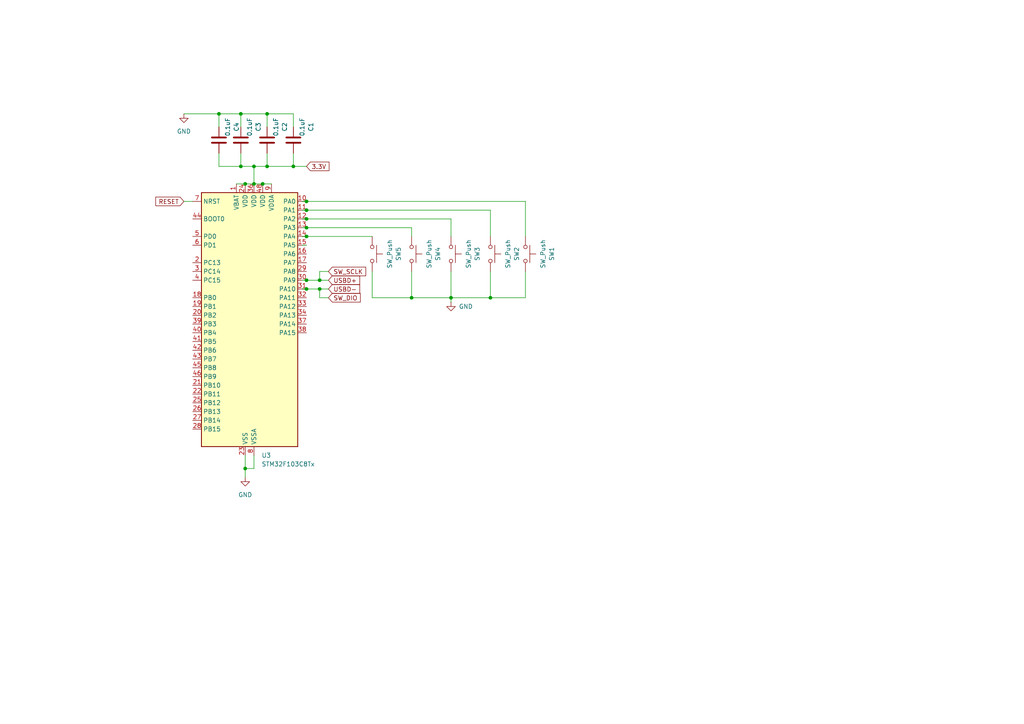
<source format=kicad_sch>
(kicad_sch
	(version 20231120)
	(generator "eeschema")
	(generator_version "8.0")
	(uuid "5d32352b-0e30-4d19-90ec-c6413e1612e2")
	(paper "A4")
	(lib_symbols
		(symbol "Device:C"
			(pin_numbers hide)
			(pin_names
				(offset 0.254)
			)
			(exclude_from_sim no)
			(in_bom yes)
			(on_board yes)
			(property "Reference" "C"
				(at 0.635 2.54 0)
				(effects
					(font
						(size 1.27 1.27)
					)
					(justify left)
				)
			)
			(property "Value" "C"
				(at 0.635 -2.54 0)
				(effects
					(font
						(size 1.27 1.27)
					)
					(justify left)
				)
			)
			(property "Footprint" ""
				(at 0.9652 -3.81 0)
				(effects
					(font
						(size 1.27 1.27)
					)
					(hide yes)
				)
			)
			(property "Datasheet" "~"
				(at 0 0 0)
				(effects
					(font
						(size 1.27 1.27)
					)
					(hide yes)
				)
			)
			(property "Description" "Unpolarized capacitor"
				(at 0 0 0)
				(effects
					(font
						(size 1.27 1.27)
					)
					(hide yes)
				)
			)
			(property "ki_keywords" "cap capacitor"
				(at 0 0 0)
				(effects
					(font
						(size 1.27 1.27)
					)
					(hide yes)
				)
			)
			(property "ki_fp_filters" "C_*"
				(at 0 0 0)
				(effects
					(font
						(size 1.27 1.27)
					)
					(hide yes)
				)
			)
			(symbol "C_0_1"
				(polyline
					(pts
						(xy -2.032 -0.762) (xy 2.032 -0.762)
					)
					(stroke
						(width 0.508)
						(type default)
					)
					(fill
						(type none)
					)
				)
				(polyline
					(pts
						(xy -2.032 0.762) (xy 2.032 0.762)
					)
					(stroke
						(width 0.508)
						(type default)
					)
					(fill
						(type none)
					)
				)
			)
			(symbol "C_1_1"
				(pin passive line
					(at 0 3.81 270)
					(length 2.794)
					(name "~"
						(effects
							(font
								(size 1.27 1.27)
							)
						)
					)
					(number "1"
						(effects
							(font
								(size 1.27 1.27)
							)
						)
					)
				)
				(pin passive line
					(at 0 -3.81 90)
					(length 2.794)
					(name "~"
						(effects
							(font
								(size 1.27 1.27)
							)
						)
					)
					(number "2"
						(effects
							(font
								(size 1.27 1.27)
							)
						)
					)
				)
			)
		)
		(symbol "MCU_ST_STM32F1:STM32F103C8Tx"
			(exclude_from_sim no)
			(in_bom yes)
			(on_board yes)
			(property "Reference" "U"
				(at -12.7 39.37 0)
				(effects
					(font
						(size 1.27 1.27)
					)
					(justify left)
				)
			)
			(property "Value" "STM32F103C8Tx"
				(at 10.16 39.37 0)
				(effects
					(font
						(size 1.27 1.27)
					)
					(justify left)
				)
			)
			(property "Footprint" "Package_QFP:LQFP-48_7x7mm_P0.5mm"
				(at -12.7 -35.56 0)
				(effects
					(font
						(size 1.27 1.27)
					)
					(justify right)
					(hide yes)
				)
			)
			(property "Datasheet" "https://www.st.com/resource/en/datasheet/stm32f103c8.pdf"
				(at 0 0 0)
				(effects
					(font
						(size 1.27 1.27)
					)
					(hide yes)
				)
			)
			(property "Description" "STMicroelectronics Arm Cortex-M3 MCU, 64KB flash, 20KB RAM, 72 MHz, 2.0-3.6V, 37 GPIO, LQFP48"
				(at 0 0 0)
				(effects
					(font
						(size 1.27 1.27)
					)
					(hide yes)
				)
			)
			(property "ki_locked" ""
				(at 0 0 0)
				(effects
					(font
						(size 1.27 1.27)
					)
				)
			)
			(property "ki_keywords" "Arm Cortex-M3 STM32F1 STM32F103"
				(at 0 0 0)
				(effects
					(font
						(size 1.27 1.27)
					)
					(hide yes)
				)
			)
			(property "ki_fp_filters" "LQFP*7x7mm*P0.5mm*"
				(at 0 0 0)
				(effects
					(font
						(size 1.27 1.27)
					)
					(hide yes)
				)
			)
			(symbol "STM32F103C8Tx_0_1"
				(rectangle
					(start -12.7 -35.56)
					(end 15.24 38.1)
					(stroke
						(width 0.254)
						(type default)
					)
					(fill
						(type background)
					)
				)
			)
			(symbol "STM32F103C8Tx_1_1"
				(pin power_in line
					(at -2.54 40.64 270)
					(length 2.54)
					(name "VBAT"
						(effects
							(font
								(size 1.27 1.27)
							)
						)
					)
					(number "1"
						(effects
							(font
								(size 1.27 1.27)
							)
						)
					)
				)
				(pin bidirectional line
					(at 17.78 35.56 180)
					(length 2.54)
					(name "PA0"
						(effects
							(font
								(size 1.27 1.27)
							)
						)
					)
					(number "10"
						(effects
							(font
								(size 1.27 1.27)
							)
						)
					)
					(alternate "ADC1_IN0" bidirectional line)
					(alternate "ADC2_IN0" bidirectional line)
					(alternate "SYS_WKUP" bidirectional line)
					(alternate "TIM2_CH1" bidirectional line)
					(alternate "TIM2_ETR" bidirectional line)
					(alternate "USART2_CTS" bidirectional line)
				)
				(pin bidirectional line
					(at 17.78 33.02 180)
					(length 2.54)
					(name "PA1"
						(effects
							(font
								(size 1.27 1.27)
							)
						)
					)
					(number "11"
						(effects
							(font
								(size 1.27 1.27)
							)
						)
					)
					(alternate "ADC1_IN1" bidirectional line)
					(alternate "ADC2_IN1" bidirectional line)
					(alternate "TIM2_CH2" bidirectional line)
					(alternate "USART2_RTS" bidirectional line)
				)
				(pin bidirectional line
					(at 17.78 30.48 180)
					(length 2.54)
					(name "PA2"
						(effects
							(font
								(size 1.27 1.27)
							)
						)
					)
					(number "12"
						(effects
							(font
								(size 1.27 1.27)
							)
						)
					)
					(alternate "ADC1_IN2" bidirectional line)
					(alternate "ADC2_IN2" bidirectional line)
					(alternate "TIM2_CH3" bidirectional line)
					(alternate "USART2_TX" bidirectional line)
				)
				(pin bidirectional line
					(at 17.78 27.94 180)
					(length 2.54)
					(name "PA3"
						(effects
							(font
								(size 1.27 1.27)
							)
						)
					)
					(number "13"
						(effects
							(font
								(size 1.27 1.27)
							)
						)
					)
					(alternate "ADC1_IN3" bidirectional line)
					(alternate "ADC2_IN3" bidirectional line)
					(alternate "TIM2_CH4" bidirectional line)
					(alternate "USART2_RX" bidirectional line)
				)
				(pin bidirectional line
					(at 17.78 25.4 180)
					(length 2.54)
					(name "PA4"
						(effects
							(font
								(size 1.27 1.27)
							)
						)
					)
					(number "14"
						(effects
							(font
								(size 1.27 1.27)
							)
						)
					)
					(alternate "ADC1_IN4" bidirectional line)
					(alternate "ADC2_IN4" bidirectional line)
					(alternate "SPI1_NSS" bidirectional line)
					(alternate "USART2_CK" bidirectional line)
				)
				(pin bidirectional line
					(at 17.78 22.86 180)
					(length 2.54)
					(name "PA5"
						(effects
							(font
								(size 1.27 1.27)
							)
						)
					)
					(number "15"
						(effects
							(font
								(size 1.27 1.27)
							)
						)
					)
					(alternate "ADC1_IN5" bidirectional line)
					(alternate "ADC2_IN5" bidirectional line)
					(alternate "SPI1_SCK" bidirectional line)
				)
				(pin bidirectional line
					(at 17.78 20.32 180)
					(length 2.54)
					(name "PA6"
						(effects
							(font
								(size 1.27 1.27)
							)
						)
					)
					(number "16"
						(effects
							(font
								(size 1.27 1.27)
							)
						)
					)
					(alternate "ADC1_IN6" bidirectional line)
					(alternate "ADC2_IN6" bidirectional line)
					(alternate "SPI1_MISO" bidirectional line)
					(alternate "TIM1_BKIN" bidirectional line)
					(alternate "TIM3_CH1" bidirectional line)
				)
				(pin bidirectional line
					(at 17.78 17.78 180)
					(length 2.54)
					(name "PA7"
						(effects
							(font
								(size 1.27 1.27)
							)
						)
					)
					(number "17"
						(effects
							(font
								(size 1.27 1.27)
							)
						)
					)
					(alternate "ADC1_IN7" bidirectional line)
					(alternate "ADC2_IN7" bidirectional line)
					(alternate "SPI1_MOSI" bidirectional line)
					(alternate "TIM1_CH1N" bidirectional line)
					(alternate "TIM3_CH2" bidirectional line)
				)
				(pin bidirectional line
					(at -15.24 7.62 0)
					(length 2.54)
					(name "PB0"
						(effects
							(font
								(size 1.27 1.27)
							)
						)
					)
					(number "18"
						(effects
							(font
								(size 1.27 1.27)
							)
						)
					)
					(alternate "ADC1_IN8" bidirectional line)
					(alternate "ADC2_IN8" bidirectional line)
					(alternate "TIM1_CH2N" bidirectional line)
					(alternate "TIM3_CH3" bidirectional line)
				)
				(pin bidirectional line
					(at -15.24 5.08 0)
					(length 2.54)
					(name "PB1"
						(effects
							(font
								(size 1.27 1.27)
							)
						)
					)
					(number "19"
						(effects
							(font
								(size 1.27 1.27)
							)
						)
					)
					(alternate "ADC1_IN9" bidirectional line)
					(alternate "ADC2_IN9" bidirectional line)
					(alternate "TIM1_CH3N" bidirectional line)
					(alternate "TIM3_CH4" bidirectional line)
				)
				(pin bidirectional line
					(at -15.24 17.78 0)
					(length 2.54)
					(name "PC13"
						(effects
							(font
								(size 1.27 1.27)
							)
						)
					)
					(number "2"
						(effects
							(font
								(size 1.27 1.27)
							)
						)
					)
					(alternate "RTC_OUT" bidirectional line)
					(alternate "RTC_TAMPER" bidirectional line)
				)
				(pin bidirectional line
					(at -15.24 2.54 0)
					(length 2.54)
					(name "PB2"
						(effects
							(font
								(size 1.27 1.27)
							)
						)
					)
					(number "20"
						(effects
							(font
								(size 1.27 1.27)
							)
						)
					)
				)
				(pin bidirectional line
					(at -15.24 -17.78 0)
					(length 2.54)
					(name "PB10"
						(effects
							(font
								(size 1.27 1.27)
							)
						)
					)
					(number "21"
						(effects
							(font
								(size 1.27 1.27)
							)
						)
					)
					(alternate "I2C2_SCL" bidirectional line)
					(alternate "TIM2_CH3" bidirectional line)
					(alternate "USART3_TX" bidirectional line)
				)
				(pin bidirectional line
					(at -15.24 -20.32 0)
					(length 2.54)
					(name "PB11"
						(effects
							(font
								(size 1.27 1.27)
							)
						)
					)
					(number "22"
						(effects
							(font
								(size 1.27 1.27)
							)
						)
					)
					(alternate "ADC1_EXTI11" bidirectional line)
					(alternate "ADC2_EXTI11" bidirectional line)
					(alternate "I2C2_SDA" bidirectional line)
					(alternate "TIM2_CH4" bidirectional line)
					(alternate "USART3_RX" bidirectional line)
				)
				(pin power_in line
					(at 0 -38.1 90)
					(length 2.54)
					(name "VSS"
						(effects
							(font
								(size 1.27 1.27)
							)
						)
					)
					(number "23"
						(effects
							(font
								(size 1.27 1.27)
							)
						)
					)
				)
				(pin power_in line
					(at 0 40.64 270)
					(length 2.54)
					(name "VDD"
						(effects
							(font
								(size 1.27 1.27)
							)
						)
					)
					(number "24"
						(effects
							(font
								(size 1.27 1.27)
							)
						)
					)
				)
				(pin bidirectional line
					(at -15.24 -22.86 0)
					(length 2.54)
					(name "PB12"
						(effects
							(font
								(size 1.27 1.27)
							)
						)
					)
					(number "25"
						(effects
							(font
								(size 1.27 1.27)
							)
						)
					)
					(alternate "I2C2_SMBA" bidirectional line)
					(alternate "SPI2_NSS" bidirectional line)
					(alternate "TIM1_BKIN" bidirectional line)
					(alternate "USART3_CK" bidirectional line)
				)
				(pin bidirectional line
					(at -15.24 -25.4 0)
					(length 2.54)
					(name "PB13"
						(effects
							(font
								(size 1.27 1.27)
							)
						)
					)
					(number "26"
						(effects
							(font
								(size 1.27 1.27)
							)
						)
					)
					(alternate "SPI2_SCK" bidirectional line)
					(alternate "TIM1_CH1N" bidirectional line)
					(alternate "USART3_CTS" bidirectional line)
				)
				(pin bidirectional line
					(at -15.24 -27.94 0)
					(length 2.54)
					(name "PB14"
						(effects
							(font
								(size 1.27 1.27)
							)
						)
					)
					(number "27"
						(effects
							(font
								(size 1.27 1.27)
							)
						)
					)
					(alternate "SPI2_MISO" bidirectional line)
					(alternate "TIM1_CH2N" bidirectional line)
					(alternate "USART3_RTS" bidirectional line)
				)
				(pin bidirectional line
					(at -15.24 -30.48 0)
					(length 2.54)
					(name "PB15"
						(effects
							(font
								(size 1.27 1.27)
							)
						)
					)
					(number "28"
						(effects
							(font
								(size 1.27 1.27)
							)
						)
					)
					(alternate "ADC1_EXTI15" bidirectional line)
					(alternate "ADC2_EXTI15" bidirectional line)
					(alternate "SPI2_MOSI" bidirectional line)
					(alternate "TIM1_CH3N" bidirectional line)
				)
				(pin bidirectional line
					(at 17.78 15.24 180)
					(length 2.54)
					(name "PA8"
						(effects
							(font
								(size 1.27 1.27)
							)
						)
					)
					(number "29"
						(effects
							(font
								(size 1.27 1.27)
							)
						)
					)
					(alternate "RCC_MCO" bidirectional line)
					(alternate "TIM1_CH1" bidirectional line)
					(alternate "USART1_CK" bidirectional line)
				)
				(pin bidirectional line
					(at -15.24 15.24 0)
					(length 2.54)
					(name "PC14"
						(effects
							(font
								(size 1.27 1.27)
							)
						)
					)
					(number "3"
						(effects
							(font
								(size 1.27 1.27)
							)
						)
					)
					(alternate "RCC_OSC32_IN" bidirectional line)
				)
				(pin bidirectional line
					(at 17.78 12.7 180)
					(length 2.54)
					(name "PA9"
						(effects
							(font
								(size 1.27 1.27)
							)
						)
					)
					(number "30"
						(effects
							(font
								(size 1.27 1.27)
							)
						)
					)
					(alternate "TIM1_CH2" bidirectional line)
					(alternate "USART1_TX" bidirectional line)
				)
				(pin bidirectional line
					(at 17.78 10.16 180)
					(length 2.54)
					(name "PA10"
						(effects
							(font
								(size 1.27 1.27)
							)
						)
					)
					(number "31"
						(effects
							(font
								(size 1.27 1.27)
							)
						)
					)
					(alternate "TIM1_CH3" bidirectional line)
					(alternate "USART1_RX" bidirectional line)
				)
				(pin bidirectional line
					(at 17.78 7.62 180)
					(length 2.54)
					(name "PA11"
						(effects
							(font
								(size 1.27 1.27)
							)
						)
					)
					(number "32"
						(effects
							(font
								(size 1.27 1.27)
							)
						)
					)
					(alternate "ADC1_EXTI11" bidirectional line)
					(alternate "ADC2_EXTI11" bidirectional line)
					(alternate "CAN_RX" bidirectional line)
					(alternate "TIM1_CH4" bidirectional line)
					(alternate "USART1_CTS" bidirectional line)
					(alternate "USB_DM" bidirectional line)
				)
				(pin bidirectional line
					(at 17.78 5.08 180)
					(length 2.54)
					(name "PA12"
						(effects
							(font
								(size 1.27 1.27)
							)
						)
					)
					(number "33"
						(effects
							(font
								(size 1.27 1.27)
							)
						)
					)
					(alternate "CAN_TX" bidirectional line)
					(alternate "TIM1_ETR" bidirectional line)
					(alternate "USART1_RTS" bidirectional line)
					(alternate "USB_DP" bidirectional line)
				)
				(pin bidirectional line
					(at 17.78 2.54 180)
					(length 2.54)
					(name "PA13"
						(effects
							(font
								(size 1.27 1.27)
							)
						)
					)
					(number "34"
						(effects
							(font
								(size 1.27 1.27)
							)
						)
					)
					(alternate "SYS_JTMS-SWDIO" bidirectional line)
				)
				(pin passive line
					(at 0 -38.1 90)
					(length 2.54) hide
					(name "VSS"
						(effects
							(font
								(size 1.27 1.27)
							)
						)
					)
					(number "35"
						(effects
							(font
								(size 1.27 1.27)
							)
						)
					)
				)
				(pin power_in line
					(at 2.54 40.64 270)
					(length 2.54)
					(name "VDD"
						(effects
							(font
								(size 1.27 1.27)
							)
						)
					)
					(number "36"
						(effects
							(font
								(size 1.27 1.27)
							)
						)
					)
				)
				(pin bidirectional line
					(at 17.78 0 180)
					(length 2.54)
					(name "PA14"
						(effects
							(font
								(size 1.27 1.27)
							)
						)
					)
					(number "37"
						(effects
							(font
								(size 1.27 1.27)
							)
						)
					)
					(alternate "SYS_JTCK-SWCLK" bidirectional line)
				)
				(pin bidirectional line
					(at 17.78 -2.54 180)
					(length 2.54)
					(name "PA15"
						(effects
							(font
								(size 1.27 1.27)
							)
						)
					)
					(number "38"
						(effects
							(font
								(size 1.27 1.27)
							)
						)
					)
					(alternate "ADC1_EXTI15" bidirectional line)
					(alternate "ADC2_EXTI15" bidirectional line)
					(alternate "SPI1_NSS" bidirectional line)
					(alternate "SYS_JTDI" bidirectional line)
					(alternate "TIM2_CH1" bidirectional line)
					(alternate "TIM2_ETR" bidirectional line)
				)
				(pin bidirectional line
					(at -15.24 0 0)
					(length 2.54)
					(name "PB3"
						(effects
							(font
								(size 1.27 1.27)
							)
						)
					)
					(number "39"
						(effects
							(font
								(size 1.27 1.27)
							)
						)
					)
					(alternate "SPI1_SCK" bidirectional line)
					(alternate "SYS_JTDO-TRACESWO" bidirectional line)
					(alternate "TIM2_CH2" bidirectional line)
				)
				(pin bidirectional line
					(at -15.24 12.7 0)
					(length 2.54)
					(name "PC15"
						(effects
							(font
								(size 1.27 1.27)
							)
						)
					)
					(number "4"
						(effects
							(font
								(size 1.27 1.27)
							)
						)
					)
					(alternate "ADC1_EXTI15" bidirectional line)
					(alternate "ADC2_EXTI15" bidirectional line)
					(alternate "RCC_OSC32_OUT" bidirectional line)
				)
				(pin bidirectional line
					(at -15.24 -2.54 0)
					(length 2.54)
					(name "PB4"
						(effects
							(font
								(size 1.27 1.27)
							)
						)
					)
					(number "40"
						(effects
							(font
								(size 1.27 1.27)
							)
						)
					)
					(alternate "SPI1_MISO" bidirectional line)
					(alternate "SYS_NJTRST" bidirectional line)
					(alternate "TIM3_CH1" bidirectional line)
				)
				(pin bidirectional line
					(at -15.24 -5.08 0)
					(length 2.54)
					(name "PB5"
						(effects
							(font
								(size 1.27 1.27)
							)
						)
					)
					(number "41"
						(effects
							(font
								(size 1.27 1.27)
							)
						)
					)
					(alternate "I2C1_SMBA" bidirectional line)
					(alternate "SPI1_MOSI" bidirectional line)
					(alternate "TIM3_CH2" bidirectional line)
				)
				(pin bidirectional line
					(at -15.24 -7.62 0)
					(length 2.54)
					(name "PB6"
						(effects
							(font
								(size 1.27 1.27)
							)
						)
					)
					(number "42"
						(effects
							(font
								(size 1.27 1.27)
							)
						)
					)
					(alternate "I2C1_SCL" bidirectional line)
					(alternate "TIM4_CH1" bidirectional line)
					(alternate "USART1_TX" bidirectional line)
				)
				(pin bidirectional line
					(at -15.24 -10.16 0)
					(length 2.54)
					(name "PB7"
						(effects
							(font
								(size 1.27 1.27)
							)
						)
					)
					(number "43"
						(effects
							(font
								(size 1.27 1.27)
							)
						)
					)
					(alternate "I2C1_SDA" bidirectional line)
					(alternate "TIM4_CH2" bidirectional line)
					(alternate "USART1_RX" bidirectional line)
				)
				(pin input line
					(at -15.24 30.48 0)
					(length 2.54)
					(name "BOOT0"
						(effects
							(font
								(size 1.27 1.27)
							)
						)
					)
					(number "44"
						(effects
							(font
								(size 1.27 1.27)
							)
						)
					)
				)
				(pin bidirectional line
					(at -15.24 -12.7 0)
					(length 2.54)
					(name "PB8"
						(effects
							(font
								(size 1.27 1.27)
							)
						)
					)
					(number "45"
						(effects
							(font
								(size 1.27 1.27)
							)
						)
					)
					(alternate "CAN_RX" bidirectional line)
					(alternate "I2C1_SCL" bidirectional line)
					(alternate "TIM4_CH3" bidirectional line)
				)
				(pin bidirectional line
					(at -15.24 -15.24 0)
					(length 2.54)
					(name "PB9"
						(effects
							(font
								(size 1.27 1.27)
							)
						)
					)
					(number "46"
						(effects
							(font
								(size 1.27 1.27)
							)
						)
					)
					(alternate "CAN_TX" bidirectional line)
					(alternate "I2C1_SDA" bidirectional line)
					(alternate "TIM4_CH4" bidirectional line)
				)
				(pin passive line
					(at 0 -38.1 90)
					(length 2.54) hide
					(name "VSS"
						(effects
							(font
								(size 1.27 1.27)
							)
						)
					)
					(number "47"
						(effects
							(font
								(size 1.27 1.27)
							)
						)
					)
				)
				(pin power_in line
					(at 5.08 40.64 270)
					(length 2.54)
					(name "VDD"
						(effects
							(font
								(size 1.27 1.27)
							)
						)
					)
					(number "48"
						(effects
							(font
								(size 1.27 1.27)
							)
						)
					)
				)
				(pin bidirectional line
					(at -15.24 25.4 0)
					(length 2.54)
					(name "PD0"
						(effects
							(font
								(size 1.27 1.27)
							)
						)
					)
					(number "5"
						(effects
							(font
								(size 1.27 1.27)
							)
						)
					)
					(alternate "RCC_OSC_IN" bidirectional line)
				)
				(pin bidirectional line
					(at -15.24 22.86 0)
					(length 2.54)
					(name "PD1"
						(effects
							(font
								(size 1.27 1.27)
							)
						)
					)
					(number "6"
						(effects
							(font
								(size 1.27 1.27)
							)
						)
					)
					(alternate "RCC_OSC_OUT" bidirectional line)
				)
				(pin input line
					(at -15.24 35.56 0)
					(length 2.54)
					(name "NRST"
						(effects
							(font
								(size 1.27 1.27)
							)
						)
					)
					(number "7"
						(effects
							(font
								(size 1.27 1.27)
							)
						)
					)
				)
				(pin power_in line
					(at 2.54 -38.1 90)
					(length 2.54)
					(name "VSSA"
						(effects
							(font
								(size 1.27 1.27)
							)
						)
					)
					(number "8"
						(effects
							(font
								(size 1.27 1.27)
							)
						)
					)
				)
				(pin power_in line
					(at 7.62 40.64 270)
					(length 2.54)
					(name "VDDA"
						(effects
							(font
								(size 1.27 1.27)
							)
						)
					)
					(number "9"
						(effects
							(font
								(size 1.27 1.27)
							)
						)
					)
				)
			)
		)
		(symbol "Switch:SW_Push"
			(pin_numbers hide)
			(pin_names
				(offset 1.016) hide)
			(exclude_from_sim no)
			(in_bom yes)
			(on_board yes)
			(property "Reference" "SW"
				(at 1.27 2.54 0)
				(effects
					(font
						(size 1.27 1.27)
					)
					(justify left)
				)
			)
			(property "Value" "SW_Push"
				(at 0 -1.524 0)
				(effects
					(font
						(size 1.27 1.27)
					)
				)
			)
			(property "Footprint" ""
				(at 0 5.08 0)
				(effects
					(font
						(size 1.27 1.27)
					)
					(hide yes)
				)
			)
			(property "Datasheet" "~"
				(at 0 5.08 0)
				(effects
					(font
						(size 1.27 1.27)
					)
					(hide yes)
				)
			)
			(property "Description" "Push button switch, generic, two pins"
				(at 0 0 0)
				(effects
					(font
						(size 1.27 1.27)
					)
					(hide yes)
				)
			)
			(property "ki_keywords" "switch normally-open pushbutton push-button"
				(at 0 0 0)
				(effects
					(font
						(size 1.27 1.27)
					)
					(hide yes)
				)
			)
			(symbol "SW_Push_0_1"
				(circle
					(center -2.032 0)
					(radius 0.508)
					(stroke
						(width 0)
						(type default)
					)
					(fill
						(type none)
					)
				)
				(polyline
					(pts
						(xy 0 1.27) (xy 0 3.048)
					)
					(stroke
						(width 0)
						(type default)
					)
					(fill
						(type none)
					)
				)
				(polyline
					(pts
						(xy 2.54 1.27) (xy -2.54 1.27)
					)
					(stroke
						(width 0)
						(type default)
					)
					(fill
						(type none)
					)
				)
				(circle
					(center 2.032 0)
					(radius 0.508)
					(stroke
						(width 0)
						(type default)
					)
					(fill
						(type none)
					)
				)
				(pin passive line
					(at -5.08 0 0)
					(length 2.54)
					(name "1"
						(effects
							(font
								(size 1.27 1.27)
							)
						)
					)
					(number "1"
						(effects
							(font
								(size 1.27 1.27)
							)
						)
					)
				)
				(pin passive line
					(at 5.08 0 180)
					(length 2.54)
					(name "2"
						(effects
							(font
								(size 1.27 1.27)
							)
						)
					)
					(number "2"
						(effects
							(font
								(size 1.27 1.27)
							)
						)
					)
				)
			)
		)
		(symbol "power:GND"
			(power)
			(pin_names
				(offset 0)
			)
			(exclude_from_sim no)
			(in_bom yes)
			(on_board yes)
			(property "Reference" "#PWR"
				(at 0 -6.35 0)
				(effects
					(font
						(size 1.27 1.27)
					)
					(hide yes)
				)
			)
			(property "Value" "GND"
				(at 0 -3.81 0)
				(effects
					(font
						(size 1.27 1.27)
					)
				)
			)
			(property "Footprint" ""
				(at 0 0 0)
				(effects
					(font
						(size 1.27 1.27)
					)
					(hide yes)
				)
			)
			(property "Datasheet" ""
				(at 0 0 0)
				(effects
					(font
						(size 1.27 1.27)
					)
					(hide yes)
				)
			)
			(property "Description" "Power symbol creates a global label with name \"GND\" , ground"
				(at 0 0 0)
				(effects
					(font
						(size 1.27 1.27)
					)
					(hide yes)
				)
			)
			(property "ki_keywords" "global power"
				(at 0 0 0)
				(effects
					(font
						(size 1.27 1.27)
					)
					(hide yes)
				)
			)
			(symbol "GND_0_1"
				(polyline
					(pts
						(xy 0 0) (xy 0 -1.27) (xy 1.27 -1.27) (xy 0 -2.54) (xy -1.27 -1.27) (xy 0 -1.27)
					)
					(stroke
						(width 0)
						(type default)
					)
					(fill
						(type none)
					)
				)
			)
			(symbol "GND_1_1"
				(pin power_in line
					(at 0 0 270)
					(length 0) hide
					(name "GND"
						(effects
							(font
								(size 1.27 1.27)
							)
						)
					)
					(number "1"
						(effects
							(font
								(size 1.27 1.27)
							)
						)
					)
				)
			)
		)
	)
	(junction
		(at 119.38 86.36)
		(diameter 0)
		(color 0 0 0 0)
		(uuid "079e598b-3b1c-480f-b918-556750b4b00f")
	)
	(junction
		(at 88.9 81.28)
		(diameter 0)
		(color 0 0 0 0)
		(uuid "0ae25b1f-25f7-42cc-a942-8ef6827a4b46")
	)
	(junction
		(at 77.47 48.26)
		(diameter 0)
		(color 0 0 0 0)
		(uuid "10db736c-a803-4285-9b61-a1bea2e4fa27")
	)
	(junction
		(at 69.85 33.02)
		(diameter 0)
		(color 0 0 0 0)
		(uuid "1dbf1255-c28d-4e1a-bc56-b02ea446097e")
	)
	(junction
		(at 69.85 48.26)
		(diameter 0)
		(color 0 0 0 0)
		(uuid "29d89231-e127-4922-bcf7-3f17a8c644ba")
	)
	(junction
		(at 71.12 53.34)
		(diameter 0)
		(color 0 0 0 0)
		(uuid "39ec2752-7bb0-46f1-8235-fde45d200cfc")
	)
	(junction
		(at 142.24 86.36)
		(diameter 0)
		(color 0 0 0 0)
		(uuid "4b11fcc8-73d9-4d16-9053-f6bbee79a5f3")
	)
	(junction
		(at 76.2 53.34)
		(diameter 0)
		(color 0 0 0 0)
		(uuid "4cfabb30-cabd-4564-988a-edd08e474002")
	)
	(junction
		(at 85.09 48.26)
		(diameter 0)
		(color 0 0 0 0)
		(uuid "6154418f-a40d-4916-b52e-2921b82352a6")
	)
	(junction
		(at 73.66 53.34)
		(diameter 0)
		(color 0 0 0 0)
		(uuid "85ed8fab-b788-462d-be61-423b0c4f850b")
	)
	(junction
		(at 88.9 58.42)
		(diameter 0)
		(color 0 0 0 0)
		(uuid "9f13f683-4d5d-401e-9326-e0b0a33894e0")
	)
	(junction
		(at 77.47 33.02)
		(diameter 0)
		(color 0 0 0 0)
		(uuid "ab603106-5e35-4023-9345-65d11d28ff53")
	)
	(junction
		(at 92.71 81.28)
		(diameter 0)
		(color 0 0 0 0)
		(uuid "acabef23-8027-45d5-818d-91aa7dc33f6e")
	)
	(junction
		(at 88.9 60.96)
		(diameter 0)
		(color 0 0 0 0)
		(uuid "ae002c22-e2cc-4eff-8fe2-1a86f537295d")
	)
	(junction
		(at 88.9 66.04)
		(diameter 0)
		(color 0 0 0 0)
		(uuid "b6f28006-d5e6-4280-b80d-b7fdf1869d92")
	)
	(junction
		(at 130.81 86.36)
		(diameter 0)
		(color 0 0 0 0)
		(uuid "bbf24051-2a2c-4d71-9b73-68fda64d8a0c")
	)
	(junction
		(at 88.9 68.58)
		(diameter 0)
		(color 0 0 0 0)
		(uuid "bc181f2f-4101-44d6-b368-f605e0a7446f")
	)
	(junction
		(at 63.5 33.02)
		(diameter 0)
		(color 0 0 0 0)
		(uuid "c7c76603-bd64-4882-a7dc-03a6351616b7")
	)
	(junction
		(at 92.71 83.82)
		(diameter 0)
		(color 0 0 0 0)
		(uuid "da409123-4a88-4cde-96c2-2ec57034ac08")
	)
	(junction
		(at 73.66 48.26)
		(diameter 0)
		(color 0 0 0 0)
		(uuid "dcaae018-266e-4924-b480-d7af5d6c4007")
	)
	(junction
		(at 71.12 135.89)
		(diameter 0)
		(color 0 0 0 0)
		(uuid "e7f23dcf-4a0a-4322-8103-c98e97ae99df")
	)
	(junction
		(at 88.9 63.5)
		(diameter 0)
		(color 0 0 0 0)
		(uuid "f539d09f-06e5-4254-b589-ccfb443a1af1")
	)
	(junction
		(at 88.9 83.82)
		(diameter 0)
		(color 0 0 0 0)
		(uuid "f7954e3d-0e2c-433f-9948-843f20779809")
	)
	(wire
		(pts
			(xy 63.5 33.02) (xy 63.5 36.83)
		)
		(stroke
			(width 0)
			(type default)
		)
		(uuid "00620dc5-8a1c-4198-b749-dbc69bb27787")
	)
	(wire
		(pts
			(xy 73.66 132.08) (xy 73.66 135.89)
		)
		(stroke
			(width 0)
			(type default)
		)
		(uuid "021c4920-6f4b-41aa-b815-7a3c49eaffa5")
	)
	(wire
		(pts
			(xy 63.5 44.45) (xy 63.5 48.26)
		)
		(stroke
			(width 0)
			(type default)
		)
		(uuid "05503a3e-dad8-4394-8a67-ff4e77e9515e")
	)
	(wire
		(pts
			(xy 152.4 86.36) (xy 142.24 86.36)
		)
		(stroke
			(width 0)
			(type default)
		)
		(uuid "11cf7d36-691c-4cce-ab9a-bc2f152e2ba8")
	)
	(wire
		(pts
			(xy 53.34 33.02) (xy 63.5 33.02)
		)
		(stroke
			(width 0)
			(type default)
		)
		(uuid "1622738f-4ee3-4e3a-aa18-7cc925e2d5ac")
	)
	(wire
		(pts
			(xy 87.63 83.82) (xy 88.9 83.82)
		)
		(stroke
			(width 0)
			(type default)
		)
		(uuid "17bd1fe9-8c79-404f-a95a-0f587b7a250e")
	)
	(wire
		(pts
			(xy 152.4 78.74) (xy 152.4 86.36)
		)
		(stroke
			(width 0)
			(type default)
		)
		(uuid "18d11a77-d052-4ca0-ac29-4944660adffa")
	)
	(wire
		(pts
			(xy 142.24 78.74) (xy 142.24 86.36)
		)
		(stroke
			(width 0)
			(type default)
		)
		(uuid "2116e920-1c34-4e50-9493-78384cb09dfb")
	)
	(wire
		(pts
			(xy 88.9 63.5) (xy 130.81 63.5)
		)
		(stroke
			(width 0)
			(type default)
		)
		(uuid "2cd9b2aa-7ec5-4fca-94a8-33188d9de6e2")
	)
	(wire
		(pts
			(xy 92.71 86.36) (xy 92.71 83.82)
		)
		(stroke
			(width 0)
			(type default)
		)
		(uuid "344296a4-8125-4bac-a999-eedbf1310db2")
	)
	(wire
		(pts
			(xy 119.38 68.58) (xy 119.38 66.04)
		)
		(stroke
			(width 0)
			(type default)
		)
		(uuid "3f40090c-44e0-449a-8ae8-c3ab3297d44d")
	)
	(wire
		(pts
			(xy 119.38 78.74) (xy 119.38 86.36)
		)
		(stroke
			(width 0)
			(type default)
		)
		(uuid "3f91f84a-8d36-47b4-a0b5-425ec9d9b243")
	)
	(wire
		(pts
			(xy 130.81 86.36) (xy 119.38 86.36)
		)
		(stroke
			(width 0)
			(type default)
		)
		(uuid "45d5927e-a6ef-4e96-9503-2516e5c6c3fb")
	)
	(wire
		(pts
			(xy 107.95 86.36) (xy 107.95 78.74)
		)
		(stroke
			(width 0)
			(type default)
		)
		(uuid "4ae314a7-c622-4cee-9382-2a714d454a32")
	)
	(wire
		(pts
			(xy 69.85 48.26) (xy 69.85 44.45)
		)
		(stroke
			(width 0)
			(type default)
		)
		(uuid "4b1f77f5-fb3d-4842-932d-89bfd0965b1a")
	)
	(wire
		(pts
			(xy 92.71 81.28) (xy 95.25 81.28)
		)
		(stroke
			(width 0)
			(type default)
		)
		(uuid "4c0c134e-bbca-437a-8f12-51b2e9b914e2")
	)
	(wire
		(pts
			(xy 73.66 48.26) (xy 77.47 48.26)
		)
		(stroke
			(width 0)
			(type default)
		)
		(uuid "4d237195-a25a-4553-ba03-97d585956b23")
	)
	(wire
		(pts
			(xy 73.66 135.89) (xy 71.12 135.89)
		)
		(stroke
			(width 0)
			(type default)
		)
		(uuid "4d95f762-57b3-4071-a399-31265cf7faef")
	)
	(wire
		(pts
			(xy 142.24 86.36) (xy 130.81 86.36)
		)
		(stroke
			(width 0)
			(type default)
		)
		(uuid "4e819425-46c7-42ba-9c3b-5333ee0b3d52")
	)
	(wire
		(pts
			(xy 87.63 60.96) (xy 88.9 60.96)
		)
		(stroke
			(width 0)
			(type default)
		)
		(uuid "4f0ea50d-41a9-4892-8ae3-d8a047726aea")
	)
	(wire
		(pts
			(xy 119.38 86.36) (xy 107.95 86.36)
		)
		(stroke
			(width 0)
			(type default)
		)
		(uuid "53f65986-e53e-4250-9a01-722522e0e280")
	)
	(wire
		(pts
			(xy 92.71 83.82) (xy 95.25 83.82)
		)
		(stroke
			(width 0)
			(type default)
		)
		(uuid "555f2c10-922e-46fe-8d96-c02f5dbd6981")
	)
	(wire
		(pts
			(xy 71.12 135.89) (xy 71.12 132.08)
		)
		(stroke
			(width 0)
			(type default)
		)
		(uuid "5986e982-075a-46b1-bbe7-ea693aa21b76")
	)
	(wire
		(pts
			(xy 88.9 66.04) (xy 119.38 66.04)
		)
		(stroke
			(width 0)
			(type default)
		)
		(uuid "5da2006d-bcd7-4e20-bed0-21eb02ab620c")
	)
	(wire
		(pts
			(xy 88.9 83.82) (xy 92.71 83.82)
		)
		(stroke
			(width 0)
			(type default)
		)
		(uuid "5fc920f3-4e68-41b8-bdad-ff7bbe2ec207")
	)
	(wire
		(pts
			(xy 88.9 81.28) (xy 92.71 81.28)
		)
		(stroke
			(width 0)
			(type default)
		)
		(uuid "60526f8c-21b1-4428-9bc5-1cda2ba3f160")
	)
	(wire
		(pts
			(xy 85.09 48.26) (xy 85.09 44.45)
		)
		(stroke
			(width 0)
			(type default)
		)
		(uuid "617b85ad-cb32-4c86-baf9-645107dddb81")
	)
	(wire
		(pts
			(xy 63.5 48.26) (xy 69.85 48.26)
		)
		(stroke
			(width 0)
			(type default)
		)
		(uuid "64e1e552-ec59-40ca-8e0f-f346c0d9bf1f")
	)
	(wire
		(pts
			(xy 87.63 66.04) (xy 88.9 66.04)
		)
		(stroke
			(width 0)
			(type default)
		)
		(uuid "6e87bfe6-1ddf-4c5f-8ac7-b3967e0d1250")
	)
	(wire
		(pts
			(xy 87.63 81.28) (xy 88.9 81.28)
		)
		(stroke
			(width 0)
			(type default)
		)
		(uuid "6ef7398f-d559-4d72-9719-8d858ca17d79")
	)
	(wire
		(pts
			(xy 92.71 78.74) (xy 92.71 81.28)
		)
		(stroke
			(width 0)
			(type default)
		)
		(uuid "6f7f2388-06bd-460d-a5ab-b32f9ac33647")
	)
	(wire
		(pts
			(xy 142.24 68.58) (xy 142.24 60.96)
		)
		(stroke
			(width 0)
			(type default)
		)
		(uuid "7581fc78-2e57-4d3a-bf3c-4d933727b7ad")
	)
	(wire
		(pts
			(xy 69.85 33.02) (xy 69.85 36.83)
		)
		(stroke
			(width 0)
			(type default)
		)
		(uuid "7b5f19fb-2f9b-4247-81f0-13789f876257")
	)
	(wire
		(pts
			(xy 73.66 48.26) (xy 73.66 53.34)
		)
		(stroke
			(width 0)
			(type default)
		)
		(uuid "7d0f9435-7530-4ad5-b705-e0ae8afdbaa3")
	)
	(wire
		(pts
			(xy 130.81 87.63) (xy 130.81 86.36)
		)
		(stroke
			(width 0)
			(type default)
		)
		(uuid "81c90231-25cd-4d11-a4ab-a7c8fbd3a139")
	)
	(wire
		(pts
			(xy 88.9 71.12) (xy 87.63 71.12)
		)
		(stroke
			(width 0)
			(type default)
		)
		(uuid "8613d7c7-b1d4-48d5-a06d-f7d5f393a95e")
	)
	(wire
		(pts
			(xy 87.63 68.58) (xy 88.9 68.58)
		)
		(stroke
			(width 0)
			(type default)
		)
		(uuid "89163c45-788b-4323-98aa-ea45b57594ac")
	)
	(wire
		(pts
			(xy 53.34 58.42) (xy 55.88 58.42)
		)
		(stroke
			(width 0)
			(type default)
		)
		(uuid "8b6ae295-fa0e-43a2-95a4-d3003e7ab239")
	)
	(wire
		(pts
			(xy 87.63 63.5) (xy 88.9 63.5)
		)
		(stroke
			(width 0)
			(type default)
		)
		(uuid "8ba3381f-4523-4f27-9077-4a32bc2d427e")
	)
	(wire
		(pts
			(xy 130.81 78.74) (xy 130.81 86.36)
		)
		(stroke
			(width 0)
			(type default)
		)
		(uuid "913dea16-e2f2-4e47-b765-901a9fb97540")
	)
	(wire
		(pts
			(xy 152.4 58.42) (xy 152.4 68.58)
		)
		(stroke
			(width 0)
			(type default)
		)
		(uuid "9176527b-7a73-41da-b7a2-e99abf80a9a5")
	)
	(wire
		(pts
			(xy 63.5 33.02) (xy 69.85 33.02)
		)
		(stroke
			(width 0)
			(type default)
		)
		(uuid "9337be21-ac6d-489d-9542-16f5b93c22a1")
	)
	(wire
		(pts
			(xy 71.12 138.43) (xy 71.12 135.89)
		)
		(stroke
			(width 0)
			(type default)
		)
		(uuid "98fce6dc-2082-42ba-ab15-45514db28b00")
	)
	(wire
		(pts
			(xy 88.9 58.42) (xy 152.4 58.42)
		)
		(stroke
			(width 0)
			(type default)
		)
		(uuid "9b4d63c0-bd59-46bc-ab76-f1ca74a473b4")
	)
	(wire
		(pts
			(xy 95.25 86.36) (xy 92.71 86.36)
		)
		(stroke
			(width 0)
			(type default)
		)
		(uuid "9c4589eb-4d6f-4da3-bfb5-05f3548e9603")
	)
	(wire
		(pts
			(xy 76.2 53.34) (xy 78.74 53.34)
		)
		(stroke
			(width 0)
			(type default)
		)
		(uuid "9fd80724-6eaf-451a-bbd6-f75aee8dadc7")
	)
	(wire
		(pts
			(xy 85.09 33.02) (xy 85.09 36.83)
		)
		(stroke
			(width 0)
			(type default)
		)
		(uuid "a11a12d0-2460-46b4-82cf-bc4a7278ac40")
	)
	(wire
		(pts
			(xy 85.09 48.26) (xy 88.9 48.26)
		)
		(stroke
			(width 0)
			(type default)
		)
		(uuid "a1446a1b-0ece-463d-9136-9bc08e8c16ba")
	)
	(wire
		(pts
			(xy 71.12 53.34) (xy 73.66 53.34)
		)
		(stroke
			(width 0)
			(type default)
		)
		(uuid "a74cfe48-36e8-450f-8d0a-ca37d653457c")
	)
	(wire
		(pts
			(xy 87.63 58.42) (xy 88.9 58.42)
		)
		(stroke
			(width 0)
			(type default)
		)
		(uuid "a8e5545d-c8d0-466b-9c56-5c8fac2b0d31")
	)
	(wire
		(pts
			(xy 95.25 78.74) (xy 92.71 78.74)
		)
		(stroke
			(width 0)
			(type default)
		)
		(uuid "ac48b684-ca9d-4080-b79c-e95c43e80888")
	)
	(wire
		(pts
			(xy 130.81 63.5) (xy 130.81 68.58)
		)
		(stroke
			(width 0)
			(type default)
		)
		(uuid "adcb5707-09be-4dcf-95c9-212643bd6075")
	)
	(wire
		(pts
			(xy 69.85 48.26) (xy 73.66 48.26)
		)
		(stroke
			(width 0)
			(type default)
		)
		(uuid "aec7a837-6525-41b3-a40b-62c27d5db173")
	)
	(wire
		(pts
			(xy 88.9 68.58) (xy 107.95 68.58)
		)
		(stroke
			(width 0)
			(type default)
		)
		(uuid "b14527ca-2165-48ec-97df-bd983ab8ec70")
	)
	(wire
		(pts
			(xy 69.85 33.02) (xy 77.47 33.02)
		)
		(stroke
			(width 0)
			(type default)
		)
		(uuid "b30c294e-23f7-4bc1-81b2-d5ce938f71cc")
	)
	(wire
		(pts
			(xy 77.47 48.26) (xy 85.09 48.26)
		)
		(stroke
			(width 0)
			(type default)
		)
		(uuid "b92ce336-901c-4e4b-8708-758274a573c6")
	)
	(wire
		(pts
			(xy 73.66 53.34) (xy 76.2 53.34)
		)
		(stroke
			(width 0)
			(type default)
		)
		(uuid "be94ba1a-6199-40a9-b982-d67dc81265dc")
	)
	(wire
		(pts
			(xy 77.47 33.02) (xy 77.47 36.83)
		)
		(stroke
			(width 0)
			(type default)
		)
		(uuid "c2230755-57db-492c-a481-8a39bf000dd0")
	)
	(wire
		(pts
			(xy 77.47 48.26) (xy 77.47 44.45)
		)
		(stroke
			(width 0)
			(type default)
		)
		(uuid "ccc148d8-6aef-49de-acb5-813d2c0dcd99")
	)
	(wire
		(pts
			(xy 77.47 33.02) (xy 85.09 33.02)
		)
		(stroke
			(width 0)
			(type default)
		)
		(uuid "ece3de03-dffb-4245-b115-4a11bf62e206")
	)
	(wire
		(pts
			(xy 68.58 53.34) (xy 71.12 53.34)
		)
		(stroke
			(width 0)
			(type default)
		)
		(uuid "ee04b327-083d-4acb-bea8-9a87ec363a1e")
	)
	(wire
		(pts
			(xy 88.9 60.96) (xy 142.24 60.96)
		)
		(stroke
			(width 0)
			(type default)
		)
		(uuid "f5390fb6-2793-4c91-a14a-3072579a20d5")
	)
	(global_label "3.3V"
		(shape input)
		(at 88.9 48.26 0)
		(fields_autoplaced yes)
		(effects
			(font
				(size 1.27 1.27)
			)
			(justify left)
		)
		(uuid "1bae61c9-dc73-4a4e-9f33-342843a9f0d8")
		(property "Intersheetrefs" "${INTERSHEET_REFS}"
			(at 95.9976 48.26 0)
			(effects
				(font
					(size 1.27 1.27)
				)
				(justify left)
				(hide yes)
			)
		)
	)
	(global_label "SW_DIO"
		(shape input)
		(at 95.25 86.36 0)
		(fields_autoplaced yes)
		(effects
			(font
				(size 1.27 1.27)
			)
			(justify left)
		)
		(uuid "2589784a-98fa-4a91-8f85-03e9490df911")
		(property "Intersheetrefs" "${INTERSHEET_REFS}"
			(at 105.069 86.36 0)
			(effects
				(font
					(size 1.27 1.27)
				)
				(justify left)
				(hide yes)
			)
		)
	)
	(global_label "USBD+"
		(shape input)
		(at 95.25 81.28 0)
		(fields_autoplaced yes)
		(effects
			(font
				(size 1.27 1.27)
			)
			(justify left)
		)
		(uuid "52f6f83b-5d38-4d77-a612-1a13f708efda")
		(property "Intersheetrefs" "${INTERSHEET_REFS}"
			(at 104.8876 81.28 0)
			(effects
				(font
					(size 1.27 1.27)
				)
				(justify left)
				(hide yes)
			)
		)
	)
	(global_label "RESET"
		(shape input)
		(at 53.34 58.42 180)
		(fields_autoplaced yes)
		(effects
			(font
				(size 1.27 1.27)
			)
			(justify right)
		)
		(uuid "762c45aa-1ff1-40da-8f67-4075600f0106")
		(property "Intersheetrefs" "${INTERSHEET_REFS}"
			(at 44.6097 58.42 0)
			(effects
				(font
					(size 1.27 1.27)
				)
				(justify right)
				(hide yes)
			)
		)
	)
	(global_label "USBD-"
		(shape input)
		(at 95.25 83.82 0)
		(fields_autoplaced yes)
		(effects
			(font
				(size 1.27 1.27)
			)
			(justify left)
		)
		(uuid "b414e24f-b875-42cd-b073-a1d6b2a3d370")
		(property "Intersheetrefs" "${INTERSHEET_REFS}"
			(at 104.8876 83.82 0)
			(effects
				(font
					(size 1.27 1.27)
				)
				(justify left)
				(hide yes)
			)
		)
	)
	(global_label "SW_SCLK"
		(shape input)
		(at 95.25 78.74 0)
		(fields_autoplaced yes)
		(effects
			(font
				(size 1.27 1.27)
			)
			(justify left)
		)
		(uuid "d1fb5502-4ba6-435e-92c1-f51a3b01c1a7")
		(property "Intersheetrefs" "${INTERSHEET_REFS}"
			(at 106.6413 78.74 0)
			(effects
				(font
					(size 1.27 1.27)
				)
				(justify left)
				(hide yes)
			)
		)
	)
	(symbol
		(lib_id "MCU_ST_STM32F1:STM32F103C8Tx")
		(at 71.12 93.98 0)
		(unit 1)
		(exclude_from_sim no)
		(in_bom yes)
		(on_board yes)
		(dnp no)
		(fields_autoplaced yes)
		(uuid "072534dd-a070-46e4-b7e6-3749ab672d32")
		(property "Reference" "U3"
			(at 75.8541 132.08 0)
			(effects
				(font
					(size 1.27 1.27)
				)
				(justify left)
			)
		)
		(property "Value" "STM32F103C8Tx"
			(at 75.8541 134.62 0)
			(effects
				(font
					(size 1.27 1.27)
				)
				(justify left)
			)
		)
		(property "Footprint" "Package_QFP:LQFP-48_7x7mm_P0.5mm"
			(at 58.42 129.54 0)
			(effects
				(font
					(size 1.27 1.27)
				)
				(justify right)
				(hide yes)
			)
		)
		(property "Datasheet" "https://www.st.com/resource/en/datasheet/stm32f103c8.pdf"
			(at 71.12 93.98 0)
			(effects
				(font
					(size 1.27 1.27)
				)
				(hide yes)
			)
		)
		(property "Description" "STMicroelectronics Arm Cortex-M3 MCU, 64KB flash, 20KB RAM, 72 MHz, 2.0-3.6V, 37 GPIO, LQFP48"
			(at 71.12 93.98 0)
			(effects
				(font
					(size 1.27 1.27)
				)
				(hide yes)
			)
		)
		(pin "2"
			(uuid "8f674a3c-971d-4f35-a396-9ad46d83f79a")
		)
		(pin "45"
			(uuid "717a2c34-6a13-462d-a5c7-b2c30974cb2f")
		)
		(pin "9"
			(uuid "3ad7e046-4251-4c12-ba8d-922c78e2a601")
		)
		(pin "23"
			(uuid "dc9abc0c-6735-4684-ab09-b25b99c3d044")
		)
		(pin "17"
			(uuid "0ea32576-7d69-4307-b52e-8f51628dbb6f")
		)
		(pin "42"
			(uuid "0f861d24-4636-47da-92f1-be4242b1be9b")
		)
		(pin "24"
			(uuid "9a82c797-beff-4c89-9c8c-54887e7b854a")
		)
		(pin "47"
			(uuid "ba650909-d208-48bb-8659-17d595aa188f")
		)
		(pin "3"
			(uuid "4348ab12-4afb-4c40-a94b-aa190b6f7387")
		)
		(pin "5"
			(uuid "ce3acbdb-5f9b-4f75-8c2b-53873876f808")
		)
		(pin "19"
			(uuid "67403edf-545f-483d-872d-e8ed3804334a")
		)
		(pin "28"
			(uuid "bd7cb94a-daec-4c23-ab19-5701eebfa0ff")
		)
		(pin "31"
			(uuid "8f96d30a-fcde-446e-ad49-74c06bebcd61")
		)
		(pin "36"
			(uuid "1e50ea99-9d08-46c8-ae06-22d69a9446d1")
		)
		(pin "13"
			(uuid "a295fb11-e576-4d08-9a7d-b1b7e4989bba")
		)
		(pin "15"
			(uuid "a275f468-ee43-4d68-9704-e7ecc2c7f356")
		)
		(pin "22"
			(uuid "e6edeeda-c27e-4581-a963-7ec9adb834f3")
		)
		(pin "32"
			(uuid "c72fb9ad-e42f-4dde-8ca9-7c855c62435b")
		)
		(pin "39"
			(uuid "ed3bac02-4692-4815-a6e5-97bdf8f762a8")
		)
		(pin "7"
			(uuid "3d7ce195-405f-4735-a7f4-6140bec76ec6")
		)
		(pin "10"
			(uuid "eb7baf91-19f5-4724-8bde-3f05391c6e54")
		)
		(pin "21"
			(uuid "a2ce1dc5-a63f-4772-9ac6-e4927aaea9ee")
		)
		(pin "20"
			(uuid "b4a1b21e-422c-4ce0-91c4-5df058d556ed")
		)
		(pin "1"
			(uuid "92eae78b-85af-4190-b227-fc2e2e39ed77")
		)
		(pin "25"
			(uuid "802e5887-e05c-4afc-8693-bc1c0200468d")
		)
		(pin "16"
			(uuid "4589e500-eb50-494a-9a22-2f3c5b281650")
		)
		(pin "33"
			(uuid "a5b8dac0-c012-4ae4-bcae-e065bb1eaf53")
		)
		(pin "34"
			(uuid "354c7dae-1e2c-4697-b567-f612236b432c")
		)
		(pin "41"
			(uuid "4ac05230-f68d-442d-b403-9dd5292c16d1")
		)
		(pin "43"
			(uuid "4f5c2cff-51cd-48b3-a134-bb53debc1993")
		)
		(pin "8"
			(uuid "7b868733-38be-400a-8130-742ea8342b9d")
		)
		(pin "44"
			(uuid "57238edb-aeef-4f1f-b706-9e606845c285")
		)
		(pin "4"
			(uuid "13b352e9-4945-4c16-8ef3-1e3d6554065f")
		)
		(pin "12"
			(uuid "ce9c3a3a-5fa6-421c-8c63-421244e6f36e")
		)
		(pin "38"
			(uuid "e0c4e2b6-c5ad-4b24-b12b-9a004b24f3e0")
		)
		(pin "14"
			(uuid "37a7727a-bef7-4fd7-afb6-d167c95ac8c5")
		)
		(pin "30"
			(uuid "5c7c1f17-8aa5-4370-9f5e-20396b09b1aa")
		)
		(pin "27"
			(uuid "5e86d3ce-5aa8-4172-854c-5b934dbe1879")
		)
		(pin "18"
			(uuid "92e29484-fe76-4ead-ac89-c963f4426cc1")
		)
		(pin "11"
			(uuid "70d4e45f-214c-47a8-aec3-1e1bd7476f8c")
		)
		(pin "29"
			(uuid "d5565202-d6de-40ea-a87e-37e2845b3844")
		)
		(pin "46"
			(uuid "3dd5d531-176a-48c8-8b60-da9f117a0b9b")
		)
		(pin "48"
			(uuid "bcbe9df6-fcfc-4a41-b174-4f2156536935")
		)
		(pin "6"
			(uuid "547b4d3c-e8e7-4e6f-a3b4-e1f14b008c94")
		)
		(pin "26"
			(uuid "c1e542e1-8f2f-447e-aa50-60924d3290a9")
		)
		(pin "37"
			(uuid "67775611-90b1-485b-92fd-9dfe57d40be8")
		)
		(pin "35"
			(uuid "68e1d3da-08f1-4e78-8645-e1c6e893a290")
		)
		(pin "40"
			(uuid "794f81f7-d7bc-47a4-90be-8b353972e0c7")
		)
		(instances
			(project "PawPad_V1"
				(path "/9aca8c89-643b-4abc-aded-c7b8ee3f258d/875c790f-b5c7-4115-8a37-8cb33c59bef6"
					(reference "U3")
					(unit 1)
				)
			)
		)
	)
	(symbol
		(lib_id "power:GND")
		(at 53.34 33.02 0)
		(unit 1)
		(exclude_from_sim no)
		(in_bom yes)
		(on_board yes)
		(dnp no)
		(fields_autoplaced yes)
		(uuid "2d55b368-d8e0-4c66-ad0e-7c5e32a0fb33")
		(property "Reference" "#PWR01"
			(at 53.34 39.37 0)
			(effects
				(font
					(size 1.27 1.27)
				)
				(hide yes)
			)
		)
		(property "Value" "GND"
			(at 53.34 38.1 0)
			(effects
				(font
					(size 1.27 1.27)
				)
			)
		)
		(property "Footprint" ""
			(at 53.34 33.02 0)
			(effects
				(font
					(size 1.27 1.27)
				)
				(hide yes)
			)
		)
		(property "Datasheet" ""
			(at 53.34 33.02 0)
			(effects
				(font
					(size 1.27 1.27)
				)
				(hide yes)
			)
		)
		(property "Description" ""
			(at 53.34 33.02 0)
			(effects
				(font
					(size 1.27 1.27)
				)
				(hide yes)
			)
		)
		(pin "1"
			(uuid "90b4e40b-56ea-49cf-aa9b-cdb564ff45fc")
		)
		(instances
			(project "PawPad_V1"
				(path "/9aca8c89-643b-4abc-aded-c7b8ee3f258d/875c790f-b5c7-4115-8a37-8cb33c59bef6"
					(reference "#PWR01")
					(unit 1)
				)
			)
		)
	)
	(symbol
		(lib_id "Switch:SW_Push")
		(at 152.4 73.66 270)
		(unit 1)
		(exclude_from_sim no)
		(in_bom yes)
		(on_board yes)
		(dnp no)
		(fields_autoplaced yes)
		(uuid "62afcda6-ef90-4c1f-aaf2-5dfc693dd5a6")
		(property "Reference" "SW1"
			(at 160.02 73.66 0)
			(effects
				(font
					(size 1.27 1.27)
				)
			)
		)
		(property "Value" "SW_Push"
			(at 157.48 73.66 0)
			(effects
				(font
					(size 1.27 1.27)
				)
			)
		)
		(property "Footprint" "CustomParts:Keyswitch Socket"
			(at 157.48 73.66 0)
			(effects
				(font
					(size 1.27 1.27)
				)
				(hide yes)
			)
		)
		(property "Datasheet" "~"
			(at 157.48 73.66 0)
			(effects
				(font
					(size 1.27 1.27)
				)
				(hide yes)
			)
		)
		(property "Description" ""
			(at 152.4 73.66 0)
			(effects
				(font
					(size 1.27 1.27)
				)
				(hide yes)
			)
		)
		(pin "1"
			(uuid "4360f7c6-1992-408c-8913-e7f2b626e46d")
		)
		(pin "2"
			(uuid "c72aab14-4897-4a21-9059-47e3bef3deda")
		)
		(instances
			(project "PawPad_V1"
				(path "/9aca8c89-643b-4abc-aded-c7b8ee3f258d/875c790f-b5c7-4115-8a37-8cb33c59bef6"
					(reference "SW1")
					(unit 1)
				)
			)
		)
	)
	(symbol
		(lib_id "Switch:SW_Push")
		(at 107.95 73.66 270)
		(unit 1)
		(exclude_from_sim no)
		(in_bom yes)
		(on_board yes)
		(dnp no)
		(fields_autoplaced yes)
		(uuid "678dbb84-bf91-4346-afbf-f31d9cb1f083")
		(property "Reference" "SW5"
			(at 115.57 73.66 0)
			(effects
				(font
					(size 1.27 1.27)
				)
			)
		)
		(property "Value" "SW_Push"
			(at 113.03 73.66 0)
			(effects
				(font
					(size 1.27 1.27)
				)
			)
		)
		(property "Footprint" "CustomParts:Keyswitch Socket"
			(at 113.03 73.66 0)
			(effects
				(font
					(size 1.27 1.27)
				)
				(hide yes)
			)
		)
		(property "Datasheet" "~"
			(at 113.03 73.66 0)
			(effects
				(font
					(size 1.27 1.27)
				)
				(hide yes)
			)
		)
		(property "Description" ""
			(at 107.95 73.66 0)
			(effects
				(font
					(size 1.27 1.27)
				)
				(hide yes)
			)
		)
		(pin "1"
			(uuid "327cad05-bf51-4f1c-9c39-596fd8ca56b2")
		)
		(pin "2"
			(uuid "2b5526dc-33d1-404f-9d14-71e7fca82ce4")
		)
		(instances
			(project "PawPad_V1"
				(path "/9aca8c89-643b-4abc-aded-c7b8ee3f258d/875c790f-b5c7-4115-8a37-8cb33c59bef6"
					(reference "SW5")
					(unit 1)
				)
			)
		)
	)
	(symbol
		(lib_id "Switch:SW_Push")
		(at 130.81 73.66 270)
		(unit 1)
		(exclude_from_sim no)
		(in_bom yes)
		(on_board yes)
		(dnp no)
		(fields_autoplaced yes)
		(uuid "7630d5b6-6d18-47be-be44-814c5a974b36")
		(property "Reference" "SW3"
			(at 138.43 73.66 0)
			(effects
				(font
					(size 1.27 1.27)
				)
			)
		)
		(property "Value" "SW_Push"
			(at 135.89 73.66 0)
			(effects
				(font
					(size 1.27 1.27)
				)
			)
		)
		(property "Footprint" "CustomParts:Keyswitch Socket"
			(at 135.89 73.66 0)
			(effects
				(font
					(size 1.27 1.27)
				)
				(hide yes)
			)
		)
		(property "Datasheet" "~"
			(at 135.89 73.66 0)
			(effects
				(font
					(size 1.27 1.27)
				)
				(hide yes)
			)
		)
		(property "Description" ""
			(at 130.81 73.66 0)
			(effects
				(font
					(size 1.27 1.27)
				)
				(hide yes)
			)
		)
		(pin "1"
			(uuid "c31cb8e6-b20b-4a4a-b03d-192b7e8c9f7a")
		)
		(pin "2"
			(uuid "c9586cf5-51f2-4389-91b1-03e8522f3cce")
		)
		(instances
			(project "PawPad_V1"
				(path "/9aca8c89-643b-4abc-aded-c7b8ee3f258d/875c790f-b5c7-4115-8a37-8cb33c59bef6"
					(reference "SW3")
					(unit 1)
				)
			)
		)
	)
	(symbol
		(lib_id "Device:C")
		(at 63.5 40.64 0)
		(unit 1)
		(exclude_from_sim no)
		(in_bom yes)
		(on_board yes)
		(dnp no)
		(uuid "80e580bf-4669-4790-b807-237e18aadc02")
		(property "Reference" "C4"
			(at 68.58 36.83 90)
			(effects
				(font
					(size 1.27 1.27)
				)
			)
		)
		(property "Value" "0.1uF"
			(at 66.04 36.83 90)
			(effects
				(font
					(size 1.27 1.27)
				)
			)
		)
		(property "Footprint" "Capacitor_SMD:C_0805_2012Metric_Pad1.18x1.45mm_HandSolder"
			(at 64.4652 44.45 0)
			(effects
				(font
					(size 1.27 1.27)
				)
				(hide yes)
			)
		)
		(property "Datasheet" "~"
			(at 63.5 40.64 0)
			(effects
				(font
					(size 1.27 1.27)
				)
				(hide yes)
			)
		)
		(property "Description" ""
			(at 63.5 40.64 0)
			(effects
				(font
					(size 1.27 1.27)
				)
				(hide yes)
			)
		)
		(pin "1"
			(uuid "28f6a0e8-6dec-4f03-881f-08d19fe18763")
		)
		(pin "2"
			(uuid "757a6529-a1db-41ca-9e2a-93d699d4f6a4")
		)
		(instances
			(project "PawPad_V1"
				(path "/9aca8c89-643b-4abc-aded-c7b8ee3f258d/875c790f-b5c7-4115-8a37-8cb33c59bef6"
					(reference "C4")
					(unit 1)
				)
			)
		)
	)
	(symbol
		(lib_id "Switch:SW_Push")
		(at 119.38 73.66 270)
		(unit 1)
		(exclude_from_sim no)
		(in_bom yes)
		(on_board yes)
		(dnp no)
		(fields_autoplaced yes)
		(uuid "a37df686-fbfc-4235-b83f-4b2f5b452cb8")
		(property "Reference" "SW4"
			(at 127 73.66 0)
			(effects
				(font
					(size 1.27 1.27)
				)
			)
		)
		(property "Value" "SW_Push"
			(at 124.46 73.66 0)
			(effects
				(font
					(size 1.27 1.27)
				)
			)
		)
		(property "Footprint" "CustomParts:Keyswitch Socket"
			(at 124.46 73.66 0)
			(effects
				(font
					(size 1.27 1.27)
				)
				(hide yes)
			)
		)
		(property "Datasheet" "~"
			(at 124.46 73.66 0)
			(effects
				(font
					(size 1.27 1.27)
				)
				(hide yes)
			)
		)
		(property "Description" ""
			(at 119.38 73.66 0)
			(effects
				(font
					(size 1.27 1.27)
				)
				(hide yes)
			)
		)
		(pin "1"
			(uuid "2ca2f173-1922-4a7c-b8e3-2c2839e67021")
		)
		(pin "2"
			(uuid "14357dce-0702-4ceb-b16d-a7d698069bd4")
		)
		(instances
			(project "PawPad_V1"
				(path "/9aca8c89-643b-4abc-aded-c7b8ee3f258d/875c790f-b5c7-4115-8a37-8cb33c59bef6"
					(reference "SW4")
					(unit 1)
				)
			)
		)
	)
	(symbol
		(lib_id "power:GND")
		(at 71.12 138.43 0)
		(unit 1)
		(exclude_from_sim no)
		(in_bom yes)
		(on_board yes)
		(dnp no)
		(fields_autoplaced yes)
		(uuid "a68b0f7c-c851-4804-b435-b2327cb7eb2d")
		(property "Reference" "#PWR02"
			(at 71.12 144.78 0)
			(effects
				(font
					(size 1.27 1.27)
				)
				(hide yes)
			)
		)
		(property "Value" "GND"
			(at 71.12 143.51 0)
			(effects
				(font
					(size 1.27 1.27)
				)
			)
		)
		(property "Footprint" ""
			(at 71.12 138.43 0)
			(effects
				(font
					(size 1.27 1.27)
				)
				(hide yes)
			)
		)
		(property "Datasheet" ""
			(at 71.12 138.43 0)
			(effects
				(font
					(size 1.27 1.27)
				)
				(hide yes)
			)
		)
		(property "Description" ""
			(at 71.12 138.43 0)
			(effects
				(font
					(size 1.27 1.27)
				)
				(hide yes)
			)
		)
		(pin "1"
			(uuid "aed85369-2b26-44dd-91a0-d07f56ba51a5")
		)
		(instances
			(project "PawPad_V1"
				(path "/9aca8c89-643b-4abc-aded-c7b8ee3f258d/875c790f-b5c7-4115-8a37-8cb33c59bef6"
					(reference "#PWR02")
					(unit 1)
				)
			)
		)
	)
	(symbol
		(lib_id "power:GND")
		(at 130.81 87.63 0)
		(unit 1)
		(exclude_from_sim no)
		(in_bom yes)
		(on_board yes)
		(dnp no)
		(uuid "cca407e6-d0cf-411a-8ff8-6941c2de40f1")
		(property "Reference" "#PWR05"
			(at 130.81 93.98 0)
			(effects
				(font
					(size 1.27 1.27)
				)
				(hide yes)
			)
		)
		(property "Value" "GND"
			(at 137.16 88.9 0)
			(effects
				(font
					(size 1.27 1.27)
				)
				(justify right)
			)
		)
		(property "Footprint" ""
			(at 130.81 87.63 0)
			(effects
				(font
					(size 1.27 1.27)
				)
				(hide yes)
			)
		)
		(property "Datasheet" ""
			(at 130.81 87.63 0)
			(effects
				(font
					(size 1.27 1.27)
				)
				(hide yes)
			)
		)
		(property "Description" ""
			(at 130.81 87.63 0)
			(effects
				(font
					(size 1.27 1.27)
				)
				(hide yes)
			)
		)
		(pin "1"
			(uuid "cfaa1473-1322-4be7-b808-9bb96acd5b9d")
		)
		(instances
			(project "PawPad_V1"
				(path "/9aca8c89-643b-4abc-aded-c7b8ee3f258d/875c790f-b5c7-4115-8a37-8cb33c59bef6"
					(reference "#PWR05")
					(unit 1)
				)
			)
		)
	)
	(symbol
		(lib_id "Device:C")
		(at 77.47 40.64 0)
		(unit 1)
		(exclude_from_sim no)
		(in_bom yes)
		(on_board yes)
		(dnp no)
		(uuid "e04fce00-4e8e-4a33-baa8-c0f45846e2a2")
		(property "Reference" "C2"
			(at 82.55 36.83 90)
			(effects
				(font
					(size 1.27 1.27)
				)
			)
		)
		(property "Value" "0.1uF"
			(at 80.01 36.83 90)
			(effects
				(font
					(size 1.27 1.27)
				)
			)
		)
		(property "Footprint" "Capacitor_SMD:C_0805_2012Metric_Pad1.18x1.45mm_HandSolder"
			(at 78.4352 44.45 0)
			(effects
				(font
					(size 1.27 1.27)
				)
				(hide yes)
			)
		)
		(property "Datasheet" "~"
			(at 77.47 40.64 0)
			(effects
				(font
					(size 1.27 1.27)
				)
				(hide yes)
			)
		)
		(property "Description" ""
			(at 77.47 40.64 0)
			(effects
				(font
					(size 1.27 1.27)
				)
				(hide yes)
			)
		)
		(pin "1"
			(uuid "7460105f-28d4-47cc-9328-3807028df89d")
		)
		(pin "2"
			(uuid "9194b5ff-d5e2-4a8c-a2e5-fa9649ad7d0b")
		)
		(instances
			(project "PawPad_V1"
				(path "/9aca8c89-643b-4abc-aded-c7b8ee3f258d/875c790f-b5c7-4115-8a37-8cb33c59bef6"
					(reference "C2")
					(unit 1)
				)
			)
		)
	)
	(symbol
		(lib_id "Device:C")
		(at 85.09 40.64 180)
		(unit 1)
		(exclude_from_sim no)
		(in_bom yes)
		(on_board yes)
		(dnp no)
		(uuid "e32ae847-0f9c-4a2b-8e9a-859dd0f74732")
		(property "Reference" "C1"
			(at 90.17 36.83 90)
			(effects
				(font
					(size 1.27 1.27)
				)
			)
		)
		(property "Value" "0.1uF"
			(at 87.63 36.83 90)
			(effects
				(font
					(size 1.27 1.27)
				)
			)
		)
		(property "Footprint" "Capacitor_SMD:C_0805_2012Metric_Pad1.18x1.45mm_HandSolder"
			(at 84.1248 36.83 0)
			(effects
				(font
					(size 1.27 1.27)
				)
				(hide yes)
			)
		)
		(property "Datasheet" "~"
			(at 85.09 40.64 0)
			(effects
				(font
					(size 1.27 1.27)
				)
				(hide yes)
			)
		)
		(property "Description" ""
			(at 85.09 40.64 0)
			(effects
				(font
					(size 1.27 1.27)
				)
				(hide yes)
			)
		)
		(pin "1"
			(uuid "8f8ab0ff-cd84-4f1a-9e0e-1e8314e66480")
		)
		(pin "2"
			(uuid "19cff253-0191-4c99-975e-0406b460dc5c")
		)
		(instances
			(project "PawPad_V1"
				(path "/9aca8c89-643b-4abc-aded-c7b8ee3f258d/875c790f-b5c7-4115-8a37-8cb33c59bef6"
					(reference "C1")
					(unit 1)
				)
			)
		)
	)
	(symbol
		(lib_id "Switch:SW_Push")
		(at 142.24 73.66 270)
		(unit 1)
		(exclude_from_sim no)
		(in_bom yes)
		(on_board yes)
		(dnp no)
		(fields_autoplaced yes)
		(uuid "e857a8fd-5591-4498-8819-d8c42625d0bb")
		(property "Reference" "SW2"
			(at 149.86 73.66 0)
			(effects
				(font
					(size 1.27 1.27)
				)
			)
		)
		(property "Value" "SW_Push"
			(at 147.32 73.66 0)
			(effects
				(font
					(size 1.27 1.27)
				)
			)
		)
		(property "Footprint" "CustomParts:Keyswitch Socket"
			(at 147.32 73.66 0)
			(effects
				(font
					(size 1.27 1.27)
				)
				(hide yes)
			)
		)
		(property "Datasheet" "~"
			(at 147.32 73.66 0)
			(effects
				(font
					(size 1.27 1.27)
				)
				(hide yes)
			)
		)
		(property "Description" ""
			(at 142.24 73.66 0)
			(effects
				(font
					(size 1.27 1.27)
				)
				(hide yes)
			)
		)
		(pin "1"
			(uuid "4d72c0de-47e3-48c5-8557-66acb45a0880")
		)
		(pin "2"
			(uuid "74623a4a-b0f3-443b-863c-30a19f72c43d")
		)
		(instances
			(project "PawPad_V1"
				(path "/9aca8c89-643b-4abc-aded-c7b8ee3f258d/875c790f-b5c7-4115-8a37-8cb33c59bef6"
					(reference "SW2")
					(unit 1)
				)
			)
		)
	)
	(symbol
		(lib_id "Device:C")
		(at 69.85 40.64 0)
		(unit 1)
		(exclude_from_sim no)
		(in_bom yes)
		(on_board yes)
		(dnp no)
		(uuid "f4eced40-beec-4a8a-9ee4-f0b88170da51")
		(property "Reference" "C3"
			(at 74.93 36.83 90)
			(effects
				(font
					(size 1.27 1.27)
				)
			)
		)
		(property "Value" "0.1uF"
			(at 72.39 36.83 90)
			(effects
				(font
					(size 1.27 1.27)
				)
			)
		)
		(property "Footprint" "Capacitor_SMD:C_0805_2012Metric_Pad1.18x1.45mm_HandSolder"
			(at 70.8152 44.45 0)
			(effects
				(font
					(size 1.27 1.27)
				)
				(hide yes)
			)
		)
		(property "Datasheet" "~"
			(at 69.85 40.64 0)
			(effects
				(font
					(size 1.27 1.27)
				)
				(hide yes)
			)
		)
		(property "Description" ""
			(at 69.85 40.64 0)
			(effects
				(font
					(size 1.27 1.27)
				)
				(hide yes)
			)
		)
		(pin "1"
			(uuid "a08dc97a-60c6-4af0-9385-5621e7806f3d")
		)
		(pin "2"
			(uuid "526018a6-00e8-4888-94aa-8ee2ce01f6dd")
		)
		(instances
			(project "PawPad_V1"
				(path "/9aca8c89-643b-4abc-aded-c7b8ee3f258d/875c790f-b5c7-4115-8a37-8cb33c59bef6"
					(reference "C3")
					(unit 1)
				)
			)
		)
	)
)

</source>
